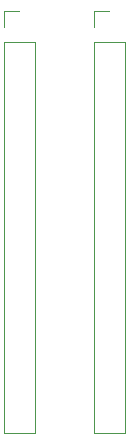
<source format=gbr>
%TF.GenerationSoftware,KiCad,Pcbnew,8.0.5*%
%TF.CreationDate,2024-11-21T14:34:23+00:00*%
%TF.ProjectId,EuroRackControl-MCU,4575726f-5261-4636-9b43-6f6e74726f6c,rev?*%
%TF.SameCoordinates,Original*%
%TF.FileFunction,Legend,Top*%
%TF.FilePolarity,Positive*%
%FSLAX46Y46*%
G04 Gerber Fmt 4.6, Leading zero omitted, Abs format (unit mm)*
G04 Created by KiCad (PCBNEW 8.0.5) date 2024-11-21 14:34:23*
%MOMM*%
%LPD*%
G01*
G04 APERTURE LIST*
%ADD10C,0.120000*%
G04 APERTURE END LIST*
D10*
%TO.C,J3*%
X21180000Y-58670000D02*
X22510000Y-58670000D01*
X21180000Y-60000000D02*
X21180000Y-58670000D01*
X21180000Y-61270000D02*
X21180000Y-94350000D01*
X21180000Y-61270000D02*
X23840000Y-61270000D01*
X21180000Y-94350000D02*
X23840000Y-94350000D01*
X23840000Y-61270000D02*
X23840000Y-94350000D01*
%TO.C,J2*%
X28800000Y-58670000D02*
X30130000Y-58670000D01*
X28800000Y-60000000D02*
X28800000Y-58670000D01*
X28800000Y-61270000D02*
X28800000Y-94350000D01*
X28800000Y-61270000D02*
X31460000Y-61270000D01*
X28800000Y-94350000D02*
X31460000Y-94350000D01*
X31460000Y-61270000D02*
X31460000Y-94350000D01*
%TD*%
M02*

</source>
